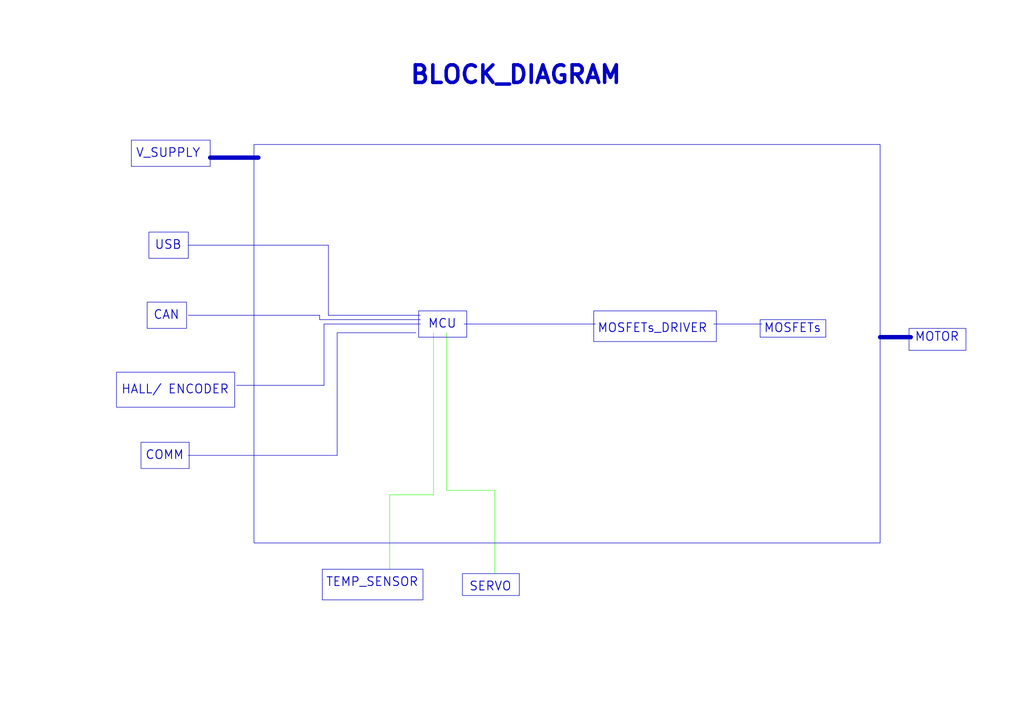
<source format=kicad_sch>
(kicad_sch
	(version 20231120)
	(generator "eeschema")
	(generator_version "8.0")
	(uuid "5cd4f0b7-a11f-4280-b926-2b4a2493a861")
	(paper "A4")
	(lib_symbols)
	(polyline
		(pts
			(xy 125.73 96.52) (xy 125.73 143.51)
		)
		(stroke
			(width 0)
			(type default)
			(color 47 255 19 1)
		)
		(uuid "2b37f5d0-009c-4112-95d9-5ab177fdc385")
	)
	(polyline
		(pts
			(xy 93.98 93.98) (xy 121.92 93.98)
		)
		(stroke
			(width 0)
			(type default)
		)
		(uuid "3022ab8c-f685-454a-8d4d-f16153df68e8")
	)
	(polyline
		(pts
			(xy 60.96 45.72) (xy 74.93 45.72)
		)
		(stroke
			(width 1.27)
			(type default)
		)
		(uuid "35534504-da5e-4043-9b73-a1c556dbab55")
	)
	(polyline
		(pts
			(xy 54.61 71.12) (xy 95.25 71.12)
		)
		(stroke
			(width 0)
			(type default)
		)
		(uuid "3d266c76-a49c-4127-aa3b-7333bacaf7d6")
	)
	(polyline
		(pts
			(xy 143.51 166.37) (xy 143.51 142.24)
		)
		(stroke
			(width 0)
			(type default)
			(color 47 255 19 1)
		)
		(uuid "3f006c7d-487a-4175-9a6e-c162a0135b95")
	)
	(polyline
		(pts
			(xy 134.62 93.98) (xy 172.72 93.98)
		)
		(stroke
			(width 0)
			(type default)
		)
		(uuid "58232a90-2a32-4115-99ad-ce2e844f63a3")
	)
	(polyline
		(pts
			(xy 54.61 91.44) (xy 92.71 91.44)
		)
		(stroke
			(width 0)
			(type default)
		)
		(uuid "58a59626-d764-4f0a-ba5d-ac4d1558a860")
	)
	(polyline
		(pts
			(xy 92.71 92.71) (xy 121.92 92.71)
		)
		(stroke
			(width 0)
			(type default)
		)
		(uuid "5f3b19f7-4907-4553-a64b-50d37371f1ec")
	)
	(polyline
		(pts
			(xy 207.01 93.98) (xy 220.98 93.98)
		)
		(stroke
			(width 0)
			(type default)
		)
		(uuid "684b2a41-cd1c-456c-a2b3-1ba395ac9be0")
	)
	(polyline
		(pts
			(xy 143.51 142.24) (xy 129.54 142.24)
		)
		(stroke
			(width 0)
			(type default)
			(color 47 255 19 1)
		)
		(uuid "6a2470b4-6c89-432c-9995-17ed313aa99e")
	)
	(polyline
		(pts
			(xy 113.03 165.1) (xy 113.03 143.51)
		)
		(stroke
			(width 0)
			(type default)
			(color 47 255 19 1)
		)
		(uuid "6b73a9dd-046f-4ae2-9d22-7697be7b9823")
	)
	(polyline
		(pts
			(xy 95.25 91.44) (xy 121.92 91.44)
		)
		(stroke
			(width 0)
			(type default)
		)
		(uuid "7fcc13e3-03db-4ce0-afb9-15521643dcf7")
	)
	(polyline
		(pts
			(xy 255.27 97.79) (xy 264.16 97.79)
		)
		(stroke
			(width 1.27)
			(type default)
		)
		(uuid "914ea10d-482b-4b66-9875-b760a54c5719")
	)
	(polyline
		(pts
			(xy 93.98 111.76) (xy 93.98 93.98)
		)
		(stroke
			(width 0)
			(type default)
		)
		(uuid "a066fb69-1d4e-4a6a-9cdc-1a03c3fc3e48")
	)
	(polyline
		(pts
			(xy 113.03 143.51) (xy 125.73 143.51)
		)
		(stroke
			(width 0)
			(type default)
			(color 47 255 19 1)
		)
		(uuid "a6923658-761a-4cd7-ba4e-faef84881ef0")
	)
	(polyline
		(pts
			(xy 54.61 132.08) (xy 97.79 132.08)
		)
		(stroke
			(width 0)
			(type default)
		)
		(uuid "acc02732-fceb-4dee-bc54-34262afde545")
	)
	(polyline
		(pts
			(xy 97.79 96.52) (xy 120.65 96.52)
		)
		(stroke
			(width 0)
			(type default)
		)
		(uuid "c094e291-f94b-497c-b56b-7abff4f721b4")
	)
	(polyline
		(pts
			(xy 129.54 96.52) (xy 129.54 142.24)
		)
		(stroke
			(width 0)
			(type default)
			(color 47 255 19 1)
		)
		(uuid "c20383bd-fd7b-4ec4-bf1f-a170d820fc33")
	)
	(polyline
		(pts
			(xy 68.58 111.76) (xy 93.98 111.76)
		)
		(stroke
			(width 0)
			(type default)
		)
		(uuid "cbd3d25f-a050-4793-aae6-ac7e12706edb")
	)
	(polyline
		(pts
			(xy 95.25 71.12) (xy 95.25 91.44)
		)
		(stroke
			(width 0)
			(type default)
		)
		(uuid "cfa74ed4-8fcf-494f-80ef-4313137fadf2")
	)
	(polyline
		(pts
			(xy 97.79 132.08) (xy 97.79 96.52)
		)
		(stroke
			(width 0)
			(type default)
		)
		(uuid "f5e603a0-7af0-461f-bae5-1b64ae83710b")
	)
	(polyline
		(pts
			(xy 92.71 91.44) (xy 92.71 92.71)
		)
		(stroke
			(width 0)
			(type default)
		)
		(uuid "fb9321f8-f65e-4a10-ae02-488f7ca5ef86")
	)
	(rectangle
		(start 73.66 41.91)
		(end 255.27 157.48)
		(stroke
			(width 0)
			(type default)
		)
		(fill
			(type none)
		)
		(uuid 1537b51d-915e-4701-8f5e-f9f79c4fd36f)
	)
	(rectangle
		(start 134.112 166.37)
		(end 150.622 172.72)
		(stroke
			(width 0)
			(type default)
		)
		(fill
			(type none)
		)
		(uuid 33fd4dce-5463-4cb8-b746-6796e1a4243a)
	)
	(rectangle
		(start 172.212 90.17)
		(end 207.772 99.06)
		(stroke
			(width 0)
			(type default)
		)
		(fill
			(type none)
		)
		(uuid 3a63f92a-9c8a-4a14-926a-c698cee69728)
	)
	(rectangle
		(start 42.672 87.63)
		(end 54.102 95.25)
		(stroke
			(width 0)
			(type default)
		)
		(fill
			(type none)
		)
		(uuid 42c20d48-5ee0-47af-be35-677413c84dcc)
	)
	(rectangle
		(start 43.18 67.31)
		(end 54.61 74.93)
		(stroke
			(width 0)
			(type default)
		)
		(fill
			(type none)
		)
		(uuid 4e2975e7-492b-4662-8676-142326417949)
	)
	(rectangle
		(start 121.412 90.17)
		(end 135.382 97.79)
		(stroke
			(width 0)
			(type default)
		)
		(fill
			(type none)
		)
		(uuid 54bd4166-9e25-44f5-9166-bc11eb1b6f1b)
	)
	(rectangle
		(start 40.894 128.27)
		(end 54.864 135.89)
		(stroke
			(width 0)
			(type default)
		)
		(fill
			(type none)
		)
		(uuid 6b5cd013-e1ba-47f3-869a-1012135daa37)
	)
	(rectangle
		(start 220.472 92.71)
		(end 239.522 97.79)
		(stroke
			(width 0)
			(type default)
		)
		(fill
			(type none)
		)
		(uuid 6f89c0a1-91e9-4ab5-a2d3-12ce6ae2f56c)
	)
	(rectangle
		(start 93.472 165.1)
		(end 122.682 173.99)
		(stroke
			(width 0)
			(type default)
		)
		(fill
			(type none)
		)
		(uuid 87513fd9-8432-4b24-bfe1-a7c06c6c3500)
	)
	(rectangle
		(start 263.652 95.25)
		(end 280.162 101.6)
		(stroke
			(width 0)
			(type default)
		)
		(fill
			(type none)
		)
		(uuid ae9e815f-8008-4d35-9126-5bc803e74710)
	)
	(rectangle
		(start 33.782 107.95)
		(end 68.072 118.11)
		(stroke
			(width 0)
			(type default)
		)
		(fill
			(type none)
		)
		(uuid b4ff306c-ad7f-41d0-985d-a60096a9df0d)
	)
	(rectangle
		(start 38.1 40.64)
		(end 60.96 48.26)
		(stroke
			(width 0)
			(type default)
		)
		(fill
			(type none)
		)
		(uuid b70eead6-6431-481b-81df-9a8d18a0eb0c)
	)
	(text "MOSFETs"
		(exclude_from_sim no)
		(at 229.87 95.25 0)
		(effects
			(font
				(size 2.54 2.54)
				(thickness 0.254)
				(bold yes)
			)
		)
		(uuid "0f6e3b59-3cda-451a-9b98-4913a2e04a61")
	)
	(text "TEMP_SENSOR"
		(exclude_from_sim no)
		(at 107.95 168.91 0)
		(effects
			(font
				(size 2.54 2.54)
				(thickness 0.254)
				(bold yes)
			)
		)
		(uuid "2717473e-c769-4e55-a7a8-8581b1d57910")
	)
	(text "COMM"
		(exclude_from_sim no)
		(at 47.752 132.08 0)
		(effects
			(font
				(size 2.54 2.54)
				(thickness 0.254)
				(bold yes)
			)
		)
		(uuid "2ccdfad2-a4b5-4b12-8f86-dc7fa0127f90")
	)
	(text "MCU"
		(exclude_from_sim no)
		(at 128.27 93.98 0)
		(effects
			(font
				(size 2.54 2.54)
				(thickness 0.254)
				(bold yes)
			)
		)
		(uuid "3be15ee0-8ec7-4e0c-800f-08c8d0f6f9c0")
	)
	(text "CAN"
		(exclude_from_sim no)
		(at 48.26 91.44 0)
		(effects
			(font
				(size 2.54 2.54)
				(thickness 0.254)
				(bold yes)
			)
		)
		(uuid "63bfd33f-7789-43b9-9a5c-48d299488302")
	)
	(text "MOTOR"
		(exclude_from_sim no)
		(at 271.78 97.79 0)
		(effects
			(font
				(size 2.54 2.54)
				(thickness 0.254)
				(bold yes)
			)
		)
		(uuid "74128dbc-8622-4e52-bbcd-f1fa8ce78ed8")
	)
	(text "HALL/ ENCODER"
		(exclude_from_sim no)
		(at 50.8 113.03 0)
		(effects
			(font
				(size 2.54 2.54)
				(thickness 0.254)
				(bold yes)
			)
		)
		(uuid "757d6f91-2b9b-4c12-86c0-32a591a3b8b3")
	)
	(text "V_SUPPLY"
		(exclude_from_sim no)
		(at 48.768 44.45 0)
		(effects
			(font
				(size 2.54 2.54)
				(thickness 0.254)
				(bold yes)
			)
		)
		(uuid "7c50c159-0733-44b6-8042-0f2de032f4f6")
	)
	(text "USB"
		(exclude_from_sim no)
		(at 48.768 71.12 0)
		(effects
			(font
				(size 2.54 2.54)
				(thickness 0.254)
				(bold yes)
			)
		)
		(uuid "b6df2e23-9900-4992-ab84-dcd1dc8af6ce")
	)
	(text "BLOCK_DIAGRAM"
		(exclude_from_sim no)
		(at 149.606 21.844 0)
		(effects
			(font
				(size 5.08 5.08)
				(thickness 1.016)
				(bold yes)
			)
		)
		(uuid "ca265edf-dbf3-46ba-b6dd-d35292bd6f8a")
	)
	(text "SERVO"
		(exclude_from_sim no)
		(at 142.24 170.18 0)
		(effects
			(font
				(size 2.54 2.54)
				(thickness 0.254)
				(bold yes)
			)
		)
		(uuid "ce4e29ad-e3cc-4ceb-a5bc-8dcf07907f5b")
	)
	(text "MOSFETs_DRIVER"
		(exclude_from_sim no)
		(at 189.23 95.25 0)
		(effects
			(font
				(size 2.54 2.54)
				(thickness 0.254)
				(bold yes)
			)
		)
		(uuid "d13d2189-223c-44a9-8b15-f6e543833512")
	)
)

</source>
